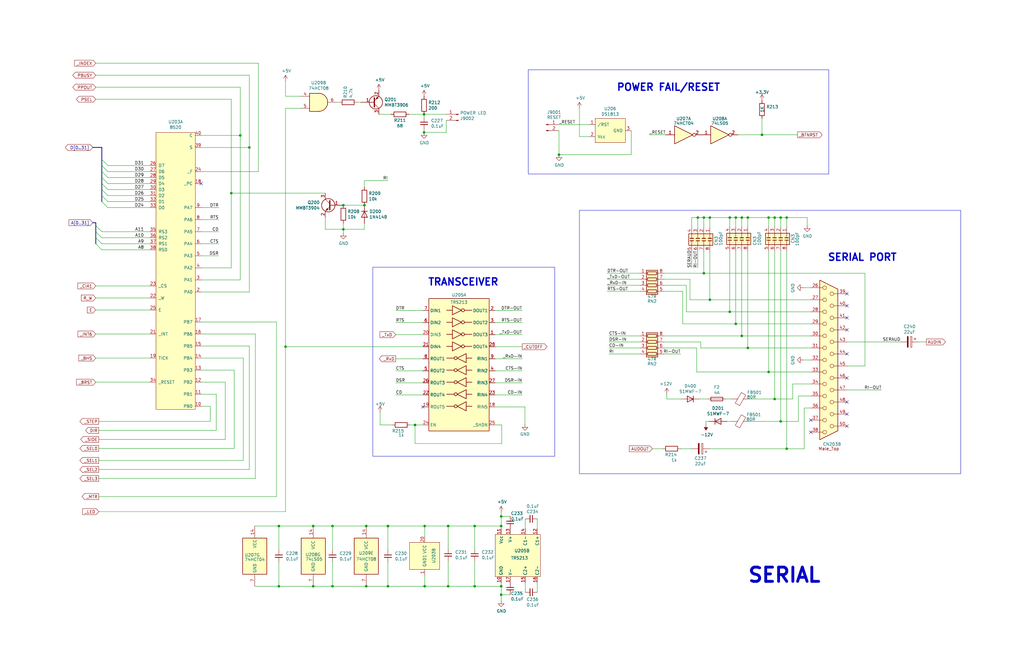
<source format=kicad_sch>
(kicad_sch (version 20230121) (generator eeschema)
  (paper "B")
  (title_block (title "AMIGA PCI") (date "2023-04-23") (rev "0"))
  (junction (at 326.644 168.402))
  (junction (at 163.576 247.396))
  (junction (at 117.602 221.996))
  (junction (at 154.432 247.396))
  (junction (at 200.152 247.396))
  (junction (at 175.006 179.324))
  (junction (at 324.104 156.972))
  (junction (at 178.816 48.26))
  (junction (at 310.261 91.821))
  (junction (at 315.341 91.821))
  (junction (at 179.07 247.396))
  (junction (at 307.721 91.821))
  (junction (at 211.328 217.932))
  (junction (at 312.801 91.821))
  (junction (at 120.396 146.304))
  (junction (at 329.184 177.8))
  (junction (at 211.328 250.952))
  (junction (at 211.328 221.996))
  (junction (at 154.432 221.996))
  (junction (at 211.328 247.396))
  (junction (at 235.712 65.278))
  (junction (at 105.156 62.23))
  (junction (at 188.976 247.396))
  (junction (at 331.724 189.357))
  (junction (at 299.339 91.821))
  (junction (at 144.78 96.774))
  (junction (at 97.536 81.534))
  (junction (at 296.799 115.316))
  (junction (at 101.346 57.15))
  (junction (at 200.152 221.996))
  (junction (at 296.799 91.821))
  (junction (at 307.721 131.572))
  (junction (at 312.801 141.732))
  (junction (at 310.261 136.652))
  (junction (at 178.816 55.88))
  (junction (at 153.67 86.614))
  (junction (at 329.184 91.821))
  (junction (at 132.08 221.996))
  (junction (at 132.08 247.396))
  (junction (at 117.602 247.396))
  (junction (at 299.339 126.492))
  (junction (at 331.724 91.821))
  (junction (at 179.07 221.996))
  (junction (at 144.78 86.614))
  (junction (at 188.976 221.996))
  (junction (at 315.341 146.812))
  (junction (at 324.104 91.821))
  (junction (at 140.208 221.996))
  (junction (at 294.259 91.821))
  (junction (at 163.576 221.996))
  (junction (at 140.208 247.396))
  (junction (at 321.31 56.896))
  (junction (at 326.644 91.821))
  (no_connect (at 178.308 171.704))
  (no_connect (at 357.124 123.952))
  (no_connect (at 341.884 182.372))
  (no_connect (at 357.124 129.032))
  (no_connect (at 357.124 149.352))
  (no_connect (at 357.124 139.192))
  (no_connect (at 84.836 77.47))
  (no_connect (at 357.124 179.832))
  (no_connect (at 357.124 134.112))
  (no_connect (at 357.124 169.672))
  (no_connect (at 341.884 177.292))
  (no_connect (at 357.124 174.752))
  (no_connect (at 357.124 159.512))
  (bus_entry (at 45.466 69.85) (size -2.54 -2.54))
  (bus_entry (at 45.466 82.55) (size -2.54 -2.54))
  (bus_entry (at 45.466 85.09) (size -2.54 -2.54))
  (bus_entry (at 42.926 102.87) (size -2.54 -2.54))
  (bus_entry (at 45.466 80.01) (size -2.54 -2.54))
  (bus_entry (at 45.466 72.39) (size -2.54 -2.54))
  (bus_entry (at 45.466 74.93) (size -2.54 -2.54))
  (bus_entry (at 45.466 77.47) (size -2.54 -2.54))
  (bus_entry (at 42.926 97.79) (size -2.54 -2.54))
  (bus_entry (at 42.926 105.41) (size -2.54 -2.54))
  (bus_entry (at 45.466 87.63) (size -2.54 -2.54))
  (bus_entry (at 42.926 100.33) (size -2.54 -2.54))
  (wire (pts (xy 140.208 221.996) (xy 140.208 232.156)))
  (wire (pts (xy 179.07 247.396) (xy 188.976 247.396)))
  (wire (pts (xy 208.788 141.224) (xy 220.218 141.224)))
  (wire (pts (xy 166.878 131.064) (xy 178.308 131.064)))
  (bus (pts (xy 40.386 95.25) (xy 40.386 97.79)))
  (wire (pts (xy 107.442 247.396) (xy 117.602 247.396)))
  (wire (pts (xy 175.006 179.324) (xy 175.006 187.198)))
  (wire (pts (xy 179.07 221.996) (xy 179.07 226.314)))
  (wire (pts (xy 107.696 201.93) (xy 41.656 201.93)))
  (wire (pts (xy 357.124 154.432) (xy 364.744 154.432)))
  (wire (pts (xy 175.006 187.198) (xy 211.582 187.198)))
  (wire (pts (xy 166.878 161.544) (xy 178.308 161.544)))
  (wire (pts (xy 296.799 91.821) (xy 299.339 91.821)))
  (wire (pts (xy 159.766 48.26) (xy 164.846 48.26)))
  (wire (pts (xy 211.328 217.932) (xy 211.328 221.996)))
  (wire (pts (xy 340.36 91.821) (xy 340.36 95.25)))
  (bus (pts (xy 42.926 80.01) (xy 42.926 82.55)))
  (wire (pts (xy 63.246 85.09) (xy 45.466 85.09)))
  (wire (pts (xy 178.816 55.88) (xy 188.214 55.88)))
  (bus (pts (xy 42.926 67.31) (xy 42.926 69.85)))
  (wire (pts (xy 221.488 223.012) (xy 221.488 218.948)))
  (wire (pts (xy 295.529 146.812) (xy 315.341 146.812)))
  (wire (pts (xy 41.656 215.9) (xy 120.396 215.9)))
  (bus (pts (xy 42.926 69.85) (xy 42.926 72.39)))
  (wire (pts (xy 312.801 91.821) (xy 312.801 95.758)))
  (wire (pts (xy 244.348 45.72) (xy 244.348 57.658)))
  (wire (pts (xy 102.616 194.31) (xy 41.656 194.31)))
  (wire (pts (xy 105.156 123.19) (xy 84.836 123.19)))
  (wire (pts (xy 120.396 45.72) (xy 126.746 45.72)))
  (wire (pts (xy 221.488 245.872) (xy 221.488 249.936)))
  (wire (pts (xy 208.788 171.704) (xy 221.361 171.704)))
  (bus (pts (xy 42.926 62.23) (xy 42.926 67.31)))
  (wire (pts (xy 107.696 140.97) (xy 107.696 201.93)))
  (wire (pts (xy 341.884 172.212) (xy 339.09 172.212)))
  (wire (pts (xy 40.386 120.65) (xy 63.246 120.65)))
  (wire (pts (xy 120.396 40.64) (xy 120.396 34.29)))
  (wire (pts (xy 45.466 77.47) (xy 63.246 77.47)))
  (wire (pts (xy 316.103 177.8) (xy 329.184 177.8)))
  (wire (pts (xy 188.976 221.996) (xy 200.152 221.996)))
  (wire (pts (xy 117.602 221.996) (xy 117.602 232.156)))
  (wire (pts (xy 280.035 120.396) (xy 289.433 120.396)))
  (wire (pts (xy 84.836 57.15) (xy 101.346 57.15)))
  (wire (pts (xy 166.878 151.384) (xy 178.308 151.384)))
  (bus (pts (xy 42.926 74.93) (xy 42.926 77.47)))
  (wire (pts (xy 175.006 179.324) (xy 172.974 179.324)))
  (wire (pts (xy 98.806 156.21) (xy 98.806 189.23)))
  (wire (pts (xy 163.576 247.396) (xy 154.432 247.396)))
  (wire (pts (xy 105.156 31.75) (xy 40.386 31.75)))
  (wire (pts (xy 107.442 221.996) (xy 117.602 221.996)))
  (wire (pts (xy 84.836 97.79) (xy 92.202 97.79)))
  (wire (pts (xy 63.246 161.29) (xy 40.386 161.29)))
  (wire (pts (xy 178.816 54.61) (xy 178.816 55.88)))
  (wire (pts (xy 306.578 177.8) (xy 308.483 177.8)))
  (wire (pts (xy 132.08 247.396) (xy 140.208 247.396)))
  (wire (pts (xy 307.721 91.821) (xy 310.261 91.821)))
  (wire (pts (xy 172.466 48.26) (xy 178.816 48.26)))
  (wire (pts (xy 280.035 117.856) (xy 290.957 117.856)))
  (wire (pts (xy 63.246 140.97) (xy 40.386 140.97)))
  (wire (pts (xy 208.788 131.064) (xy 220.218 131.064)))
  (wire (pts (xy 63.246 80.01) (xy 45.466 80.01)))
  (wire (pts (xy 321.31 56.896) (xy 336.296 56.896)))
  (wire (pts (xy 116.586 135.89) (xy 116.586 209.55)))
  (wire (pts (xy 331.724 91.821) (xy 329.184 91.821)))
  (wire (pts (xy 84.836 107.95) (xy 92.202 107.95)))
  (wire (pts (xy 281.178 166.37) (xy 281.178 168.402)))
  (wire (pts (xy 364.744 154.432) (xy 364.744 115.316)))
  (wire (pts (xy 312.801 141.732) (xy 341.884 141.732)))
  (wire (pts (xy 235.712 55.118) (xy 235.458 55.118)))
  (wire (pts (xy 299.339 106.172) (xy 299.339 126.492)))
  (wire (pts (xy 329.184 91.821) (xy 329.184 95.758)))
  (wire (pts (xy 280.035 146.812) (xy 293.751 146.812)))
  (wire (pts (xy 307.721 105.918) (xy 307.721 131.572)))
  (wire (pts (xy 97.536 81.534) (xy 97.536 113.03)))
  (wire (pts (xy 211.328 221.996) (xy 211.328 223.012)))
  (bus (pts (xy 39.116 93.98) (xy 40.386 93.98)))
  (wire (pts (xy 84.836 140.97) (xy 107.696 140.97)))
  (wire (pts (xy 63.246 125.73) (xy 40.386 125.73)))
  (wire (pts (xy 280.035 144.272) (xy 295.529 144.272)))
  (wire (pts (xy 84.836 161.29) (xy 94.996 161.29)))
  (wire (pts (xy 312.801 105.918) (xy 312.801 141.732)))
  (wire (pts (xy 280.035 115.316) (xy 296.799 115.316)))
  (wire (pts (xy 101.346 36.83) (xy 40.386 36.83)))
  (wire (pts (xy 326.644 91.821) (xy 326.644 95.758)))
  (wire (pts (xy 132.08 221.996) (xy 140.208 221.996)))
  (wire (pts (xy 166.878 141.224) (xy 178.308 141.224)))
  (wire (pts (xy 84.836 72.39) (xy 108.966 72.39)))
  (wire (pts (xy 208.788 166.624) (xy 220.218 166.624)))
  (wire (pts (xy 295.529 144.272) (xy 295.529 146.812)))
  (wire (pts (xy 163.576 221.996) (xy 179.07 221.996)))
  (wire (pts (xy 101.346 57.15) (xy 101.346 36.83)))
  (wire (pts (xy 208.788 161.544) (xy 220.218 161.544)))
  (wire (pts (xy 88.646 171.45) (xy 88.646 177.8)))
  (wire (pts (xy 308.483 168.402) (xy 306.07 168.402)))
  (wire (pts (xy 294.259 106.172) (xy 294.259 113.03)))
  (wire (pts (xy 329.184 177.8) (xy 336.677 177.8)))
  (wire (pts (xy 256.794 146.812) (xy 269.875 146.812)))
  (wire (pts (xy 334.264 168.402) (xy 334.264 162.052)))
  (wire (pts (xy 140.208 237.236) (xy 140.208 247.396)))
  (wire (pts (xy 338.709 151.892) (xy 341.884 151.892)))
  (wire (pts (xy 357.124 144.272) (xy 379.73 144.272)))
  (wire (pts (xy 287.909 122.936) (xy 287.909 136.652)))
  (wire (pts (xy 280.035 149.352) (xy 287.02 149.352)))
  (wire (pts (xy 144.78 96.774) (xy 153.67 96.774)))
  (wire (pts (xy 153.67 76.2) (xy 163.576 76.2)))
  (wire (pts (xy 336.677 167.132) (xy 341.884 167.132)))
  (wire (pts (xy 117.602 247.396) (xy 132.08 247.396)))
  (wire (pts (xy 178.816 48.26) (xy 178.816 49.53)))
  (wire (pts (xy 299.339 91.821) (xy 299.339 96.012)))
  (wire (pts (xy 97.536 81.534) (xy 137.16 81.534)))
  (wire (pts (xy 45.466 82.55) (xy 63.246 82.55)))
  (wire (pts (xy 160.274 173.99) (xy 160.274 179.324)))
  (wire (pts (xy 98.806 189.23) (xy 41.656 189.23)))
  (wire (pts (xy 42.926 105.41) (xy 63.246 105.41)))
  (wire (pts (xy 166.878 156.464) (xy 178.308 156.464)))
  (wire (pts (xy 63.246 97.79) (xy 42.926 97.79)))
  (wire (pts (xy 287.909 136.652) (xy 310.261 136.652)))
  (wire (pts (xy 299.339 126.492) (xy 341.884 126.492)))
  (wire (pts (xy 141.986 43.18) (xy 143.002 43.18)))
  (wire (pts (xy 324.104 91.821) (xy 324.104 95.758)))
  (wire (pts (xy 329.184 105.918) (xy 329.184 177.8)))
  (wire (pts (xy 120.396 45.72) (xy 120.396 146.304)))
  (wire (pts (xy 310.261 136.652) (xy 341.884 136.652)))
  (wire (pts (xy 154.432 221.996) (xy 163.576 221.996)))
  (wire (pts (xy 163.576 247.396) (xy 179.07 247.396)))
  (wire (pts (xy 179.07 242.824) (xy 179.07 247.396)))
  (wire (pts (xy 101.346 118.11) (xy 84.836 118.11)))
  (wire (pts (xy 144.78 86.614) (xy 153.67 86.614)))
  (wire (pts (xy 63.246 151.13) (xy 40.386 151.13)))
  (wire (pts (xy 200.152 236.728) (xy 200.152 247.396)))
  (wire (pts (xy 188.214 50.8) (xy 188.214 55.88)))
  (wire (pts (xy 326.644 91.821) (xy 329.184 91.821)))
  (wire (pts (xy 150.622 43.18) (xy 152.146 43.18)))
  (wire (pts (xy 211.328 250.952) (xy 211.328 247.396)))
  (wire (pts (xy 291.719 106.172) (xy 291.719 113.03)))
  (wire (pts (xy 248.412 57.658) (xy 244.348 57.658)))
  (bus (pts (xy 42.926 62.23) (xy 39.116 62.23)))
  (wire (pts (xy 226.568 245.872) (xy 226.568 249.936)))
  (wire (pts (xy 256.032 122.936) (xy 269.875 122.936)))
  (wire (pts (xy 290.957 126.492) (xy 299.339 126.492)))
  (bus (pts (xy 42.926 77.47) (xy 42.926 80.01)))
  (wire (pts (xy 299.339 91.821) (xy 307.721 91.821)))
  (wire (pts (xy 84.836 146.05) (xy 105.156 146.05)))
  (wire (pts (xy 163.576 221.996) (xy 163.576 232.156)))
  (wire (pts (xy 137.16 91.694) (xy 137.16 96.774)))
  (wire (pts (xy 208.788 156.464) (xy 220.218 156.464)))
  (wire (pts (xy 331.724 189.357) (xy 339.09 189.357)))
  (wire (pts (xy 266.192 55.118) (xy 266.192 65.278)))
  (wire (pts (xy 108.966 26.67) (xy 40.386 26.67)))
  (wire (pts (xy 166.878 136.144) (xy 178.308 136.144)))
  (wire (pts (xy 294.259 91.821) (xy 294.259 96.012)))
  (wire (pts (xy 63.246 74.93) (xy 45.466 74.93)))
  (wire (pts (xy 84.836 151.13) (xy 102.616 151.13)))
  (wire (pts (xy 315.341 105.918) (xy 315.341 146.812)))
  (wire (pts (xy 324.104 91.821) (xy 326.644 91.821)))
  (wire (pts (xy 211.328 250.952) (xy 215.138 250.952)))
  (wire (pts (xy 91.186 166.37) (xy 91.186 181.61)))
  (wire (pts (xy 200.152 221.996) (xy 211.328 221.996)))
  (wire (pts (xy 166.878 166.624) (xy 178.308 166.624)))
  (wire (pts (xy 63.246 102.87) (xy 42.926 102.87)))
  (wire (pts (xy 256.032 120.396) (xy 269.875 120.396)))
  (wire (pts (xy 293.751 156.972) (xy 324.104 156.972)))
  (wire (pts (xy 188.976 221.996) (xy 188.976 231.648)))
  (wire (pts (xy 293.751 146.812) (xy 293.751 156.972)))
  (wire (pts (xy 178.816 48.26) (xy 188.214 48.26)))
  (wire (pts (xy 200.152 247.396) (xy 211.328 247.396)))
  (wire (pts (xy 102.616 151.13) (xy 102.616 194.31)))
  (wire (pts (xy 291.719 91.821) (xy 294.259 91.821)))
  (wire (pts (xy 63.246 100.33) (xy 42.926 100.33)))
  (wire (pts (xy 88.646 177.8) (xy 41.656 177.8)))
  (wire (pts (xy 153.67 78.994) (xy 153.67 76.2)))
  (bus (pts (xy 42.926 82.55) (xy 42.926 85.09)))
  (wire (pts (xy 291.592 189.357) (xy 287.02 189.357)))
  (wire (pts (xy 290.957 117.856) (xy 290.957 126.492)))
  (wire (pts (xy 163.576 237.236) (xy 163.576 247.396)))
  (wire (pts (xy 84.836 135.89) (xy 116.586 135.89)))
  (wire (pts (xy 256.032 117.856) (xy 269.875 117.856)))
  (wire (pts (xy 211.582 187.198) (xy 211.582 179.324)))
  (wire (pts (xy 321.31 50.038) (xy 321.31 56.896)))
  (wire (pts (xy 331.724 91.821) (xy 331.724 95.758)))
  (wire (pts (xy 94.996 161.29) (xy 94.996 185.42)))
  (wire (pts (xy 97.536 41.91) (xy 40.386 41.91)))
  (wire (pts (xy 311.15 56.896) (xy 321.31 56.896)))
  (bus (pts (xy 40.386 100.33) (xy 40.386 102.87)))
  (wire (pts (xy 140.208 221.996) (xy 154.432 221.996)))
  (wire (pts (xy 387.35 144.272) (xy 390.652 144.272)))
  (wire (pts (xy 84.836 87.63) (xy 92.202 87.63)))
  (wire (pts (xy 101.346 57.15) (xy 101.346 118.11)))
  (wire (pts (xy 211.328 216.154) (xy 211.328 217.932)))
  (wire (pts (xy 310.261 91.821) (xy 312.801 91.821)))
  (wire (pts (xy 120.396 146.304) (xy 120.396 215.9)))
  (wire (pts (xy 208.788 136.144) (xy 220.218 136.144)))
  (wire (pts (xy 324.104 105.918) (xy 324.104 156.972)))
  (wire (pts (xy 117.602 237.236) (xy 117.602 247.396)))
  (wire (pts (xy 279.4 189.357) (xy 275.082 189.357)))
  (wire (pts (xy 334.264 162.052) (xy 341.884 162.052)))
  (wire (pts (xy 296.799 106.172) (xy 296.799 115.316)))
  (wire (pts (xy 126.746 40.64) (xy 120.396 40.64)))
  (wire (pts (xy 326.644 105.918) (xy 326.644 168.402)))
  (wire (pts (xy 235.712 65.278) (xy 235.712 55.118)))
  (wire (pts (xy 45.466 72.39) (xy 63.246 72.39)))
  (wire (pts (xy 296.799 115.316) (xy 364.744 115.316)))
  (wire (pts (xy 188.976 247.396) (xy 200.152 247.396)))
  (wire (pts (xy 91.186 181.61) (xy 41.656 181.61)))
  (wire (pts (xy 316.103 168.402) (xy 326.644 168.402)))
  (wire (pts (xy 291.719 96.012) (xy 291.719 91.821)))
  (wire (pts (xy 338.709 121.412) (xy 341.884 121.412)))
  (wire (pts (xy 331.724 105.918) (xy 331.724 189.357)))
  (wire (pts (xy 120.396 146.304) (xy 178.308 146.304)))
  (wire (pts (xy 137.16 96.774) (xy 144.78 96.774)))
  (wire (pts (xy 235.458 52.578) (xy 248.412 52.578)))
  (bus (pts (xy 40.386 93.98) (xy 40.386 95.25)))
  (wire (pts (xy 357.124 164.592) (xy 371.729 164.592)))
  (wire (pts (xy 179.07 221.996) (xy 188.976 221.996)))
  (wire (pts (xy 144.78 96.774) (xy 144.78 94.234)))
  (wire (pts (xy 188.976 236.728) (xy 188.976 247.396)))
  (wire (pts (xy 84.836 62.23) (xy 105.156 62.23)))
  (wire (pts (xy 84.836 92.71) (xy 92.202 92.71)))
  (wire (pts (xy 211.328 245.872) (xy 211.328 247.396)))
  (wire (pts (xy 211.328 217.932) (xy 215.138 217.932)))
  (wire (pts (xy 97.536 81.534) (xy 97.536 41.91)))
  (wire (pts (xy 256.794 141.732) (xy 269.875 141.732)))
  (wire (pts (xy 208.788 151.384) (xy 220.218 151.384)))
  (wire (pts (xy 84.836 156.21) (xy 98.806 156.21)))
  (wire (pts (xy 280.035 122.936) (xy 287.909 122.936)))
  (wire (pts (xy 310.261 105.918) (xy 310.261 136.652)))
  (wire (pts (xy 84.836 166.37) (xy 91.186 166.37)))
  (wire (pts (xy 153.67 96.774) (xy 153.67 94.234)))
  (wire (pts (xy 297.688 179.07) (xy 297.688 177.8)))
  (wire (pts (xy 296.799 91.821) (xy 296.799 96.012)))
  (wire (pts (xy 211.328 253.492) (xy 211.328 250.952)))
  (wire (pts (xy 144.78 98.298) (xy 144.78 96.774)))
  (wire (pts (xy 310.261 91.821) (xy 310.261 95.758)))
  (wire (pts (xy 273.812 56.896) (xy 280.67 56.896)))
  (wire (pts (xy 200.152 221.996) (xy 200.152 231.648)))
  (wire (pts (xy 297.688 177.8) (xy 298.958 177.8)))
  (wire (pts (xy 105.156 198.12) (xy 41.656 198.12)))
  (wire (pts (xy 116.586 209.55) (xy 41.656 209.55)))
  (wire (pts (xy 331.724 91.821) (xy 340.36 91.821)))
  (wire (pts (xy 105.156 62.23) (xy 105.156 31.75)))
  (wire (pts (xy 326.644 168.402) (xy 334.264 168.402)))
  (wire (pts (xy 324.104 156.972) (xy 341.884 156.972)))
  (wire (pts (xy 307.721 131.572) (xy 341.884 131.572)))
  (wire (pts (xy 294.259 91.821) (xy 296.799 91.821)))
  (wire (pts (xy 84.836 171.45) (xy 88.646 171.45)))
  (wire (pts (xy 84.836 113.03) (xy 97.536 113.03)))
  (wire (pts (xy 175.006 179.324) (xy 178.308 179.324)))
  (wire (pts (xy 140.208 247.396) (xy 154.432 247.396)))
  (wire (pts (xy 315.341 146.812) (xy 341.884 146.812)))
  (wire (pts (xy 256.032 115.316) (xy 269.875 115.316)))
  (wire (pts (xy 299.212 189.357) (xy 331.724 189.357)))
  (wire (pts (xy 226.568 223.012) (xy 226.568 218.948)))
  (wire (pts (xy 307.721 91.821) (xy 307.721 95.758)))
  (wire (pts (xy 117.602 221.996) (xy 132.08 221.996)))
  (wire (pts (xy 269.875 149.352) (xy 256.794 149.352)))
  (wire (pts (xy 84.836 102.87) (xy 92.202 102.87)))
  (wire (pts (xy 289.433 131.572) (xy 307.721 131.572)))
  (wire (pts (xy 105.156 146.05) (xy 105.156 198.12)))
  (wire (pts (xy 339.09 172.212) (xy 339.09 189.357)))
  (wire (pts (xy 315.341 91.821) (xy 315.341 95.758)))
  (wire (pts (xy 266.192 65.278) (xy 235.712 65.278)))
  (wire (pts (xy 211.582 179.324) (xy 208.788 179.324)))
  (bus (pts (xy 42.926 72.39) (xy 42.926 74.93)))
  (wire (pts (xy 108.966 72.39) (xy 108.966 26.67)))
  (wire (pts (xy 312.801 91.821) (xy 315.341 91.821)))
  (wire (pts (xy 289.433 120.396) (xy 289.433 131.572)))
  (wire (pts (xy 63.246 87.63) (xy 45.466 87.63)))
  (wire (pts (xy 63.246 69.85) (xy 45.466 69.85)))
  (wire (pts (xy 221.361 171.704) (xy 221.361 179.07)))
  (wire (pts (xy 281.178 168.402) (xy 287.274 168.402)))
  (wire (pts (xy 105.156 62.23) (xy 105.156 123.19)))
  (wire (pts (xy 94.996 185.42) (xy 41.656 185.42)))
  (wire (pts (xy 315.341 91.821) (xy 324.104 91.821)))
  (bus (pts (xy 40.386 97.79) (xy 40.386 100.33)))
  (wire (pts (xy 40.386 130.81) (xy 63.246 130.81)))
  (wire (pts (xy 298.45 168.402) (xy 294.894 168.402)))
  (wire (pts (xy 256.794 144.272) (xy 269.875 144.272)))
  (wire (pts (xy 280.035 141.732) (xy 312.801 141.732)))
  (wire (pts (xy 208.788 146.304) (xy 220.218 146.304)))
  (wire (pts (xy 336.677 177.8) (xy 336.677 167.132)))
  (wire (pts (xy 165.354 179.324) (xy 160.274 179.324)))
  (rectangle (start 244.348 88.773) (end 405.13 199.898))
  (rectangle (start 157.226 112.776) (end 233.934 192.532))
  (rectangle (start 222.758 29.464) (end 349.504 73.406))
  (text "SERIAL" (at 314.96 246.38 0) (effects (font (size 6 6) (thickness 1.2) bold) (justify left bottom)))
  (text "SERIAL PORT" (at 348.869 110.49 0) (effects (font (size 3 3) (thickness 0.6) bold) (justify left bottom)))
  (text "TRANSCEIVER" (at 180.34 120.904 0) (effects (font (size 3 3) bold) (justify left bottom)))
  (text "POWER FAIL/RESET" (at 303.911 38.735 0) (effects (font (size 2.9972 2.9972) (thickness 0.5994) bold) (justify right bottom)))
  (label "D27" (at 60.706 80.01 180) (effects (font (size 1.2954 1.2954))))
  (label "RI-OUT" (at 371.729 164.592 180))
  (label "_TxD-OUT" (at 256.032 117.856 0))
  (label "_RESET" (at 235.712 52.578 0))
  (label "DTR-OUT" (at 256.032 115.316 0))
  (label "CTS-IN" (at 256.794 141.732 0))
  (label "D28" (at 60.706 77.47 180) (effects (font (size 1.2954 1.2954))))
  (label "CD" (at 166.878 166.624 0))
  (label "CTS" (at 92.202 102.87 180))
  (label "_RxD-IN" (at 256.032 120.396 0))
  (label "RTS-OUT" (at 220.218 136.144 180))
  (label "RTS" (at 166.878 136.144 0))
  (label "CTS" (at 166.878 156.464 0))
  (label "D26" (at 60.706 82.55 180) (effects (font (size 1.2954 1.2954))))
  (label "DSR-IN" (at 256.794 144.272 0))
  (label "CTS-IN" (at 220.218 156.464 180))
  (label "CD-IN" (at 220.218 166.624 180))
  (label "SERAUD" (at 379.73 144.272 180))
  (label "_RxD-IN" (at 220.218 151.384 180))
  (label "DTR" (at 166.878 131.064 0))
  (label "A10" (at 60.706 100.33 180) (effects (font (size 1.2954 1.2954))))
  (label "RTS-OUT" (at 256.032 122.936 0))
  (label "DTR" (at 92.202 87.63 180))
  (label "A8" (at 60.706 105.41 180) (effects (font (size 1.2954 1.2954))))
  (label "_RESET" (at 273.812 56.896 0))
  (label "D25" (at 60.706 85.09 180) (effects (font (size 1.2954 1.2954))))
  (label "SERAUD" (at 291.719 113.03 90))
  (label "A11" (at 60.706 97.79 180) (effects (font (size 1.2954 1.2954))))
  (label "DSR" (at 166.878 161.544 0))
  (label "RTS" (at 92.202 92.71 180))
  (label "RI-OUT" (at 294.259 113.03 90))
  (label "DSR-IN" (at 220.218 161.544 180))
  (label "CD-IN" (at 256.794 146.812 0))
  (label "RI" (at 256.794 149.352 0))
  (label "RI" (at 163.576 76.2 180))
  (label "CD" (at 92.202 97.79 180))
  (label "DSR" (at 92.202 107.95 180))
  (label "D31" (at 60.706 69.85 180) (effects (font (size 1.2954 1.2954))))
  (label "DTR-OUT" (at 220.218 131.064 180))
  (label "RI-OUT" (at 287.02 149.352 180))
  (label "D30" (at 60.706 72.39 180) (effects (font (size 1.2954 1.2954))))
  (label "_TxD-OUT" (at 220.218 141.224 180))
  (label "A9" (at 60.706 102.87 180) (effects (font (size 1.2954 1.2954))))
  (label "D29" (at 60.706 74.93 180) (effects (font (size 1.2954 1.2954))))
  (label "D24" (at 60.706 87.63 180) (effects (font (size 1.2954 1.2954))))
  (global_label "_INDEX" (shape input) (at 40.386 26.67 180) (property "Intersheetrefs" "${INTERSHEET_REFS}" (at 30.9488 26.67 0) (effects (justify right))))
  (global_label "A[0..31]" (shape input) (at 39.116 93.98 180) (property "Intersheetrefs" "${INTERSHEET_REFS}" (at 28.5901 93.98 0) (effects (justify right))))
  (global_label "PSEL" (shape bidirectional) (at 40.386 41.91 180) (property "Intersheetrefs" "${INTERSHEET_REFS}" (at 31.7123 41.91 0) (effects (justify right))))
  (global_label "_SIDE" (shape output) (at 41.656 185.42 180) (property "Intersheetrefs" "${INTERSHEET_REFS}" (at 33.5493 185.42 0) (effects (justify right))))
  (global_label "AUDIN" (shape output) (at 390.652 144.272 0) (property "Intersheetrefs" "${INTERSHEET_REFS}" (at 399.1822 144.272 0) (effects (justify left))))
  (global_label "D[0..31]" (shape bidirectional) (at 39.116 62.23 180) (effects (font (size 1.2954 1.2954))) (property "Intersheetrefs" "${INTERSHEET_REFS}" (at 27.0616 62.23 0) (effects (justify right))))
  (global_label "AUDOUT" (shape input) (at 275.082 189.357 180) (property "Intersheetrefs" "${INTERSHEET_REFS}" (at 264.8585 189.357 0) (effects (justify right))))
  (global_label "_TxD" (shape input) (at 166.878 141.224 180) (property "Intersheetrefs" "${INTERSHEET_REFS}" (at 159.7389 141.224 0) (effects (justify right))))
  (global_label "_RxD" (shape output) (at 166.878 151.384 180) (property "Intersheetrefs" "${INTERSHEET_REFS}" (at 159.4365 151.384 0) (effects (justify right))))
  (global_label "PPOUT" (shape bidirectional) (at 40.386 36.83 180) (property "Intersheetrefs" "${INTERSHEET_REFS}" (at 30.2003 36.83 0) (effects (justify right))))
  (global_label "_SEL2" (shape output) (at 41.656 198.12 180) (property "Intersheetrefs" "${INTERSHEET_REFS}" (at 33.1865 198.12 0) (effects (justify right))))
  (global_label "_SEL1" (shape output) (at 41.656 194.31 180) (property "Intersheetrefs" "${INTERSHEET_REFS}" (at 33.1865 194.31 0) (effects (justify right))))
  (global_label "DIR" (shape output) (at 41.656 181.61 180) (property "Intersheetrefs" "${INTERSHEET_REFS}" (at 35.6054 181.61 0) (effects (justify right))))
  (global_label "PBUSY" (shape bidirectional) (at 40.386 31.75 180) (property "Intersheetrefs" "${INTERSHEET_REFS}" (at 30.2003 31.75 0) (effects (justify right))))
  (global_label "R_W" (shape input) (at 40.386 125.73 180) (property "Intersheetrefs" "${INTERSHEET_REFS}" (at 33.7912 125.73 0) (effects (justify right))))
  (global_label "_MTR" (shape output) (at 41.656 209.55 180) (property "Intersheetrefs" "${INTERSHEET_REFS}" (at 34.0936 209.55 0) (effects (justify right))))
  (global_label "_CUTOFF" (shape output) (at 220.218 146.304 0) (property "Intersheetrefs" "${INTERSHEET_REFS}" (at 231.1672 146.304 0) (effects (justify left))))
  (global_label "_SEL0" (shape output) (at 41.656 189.23 180) (property "Intersheetrefs" "${INTERSHEET_REFS}" (at 33.1865 189.23 0) (effects (justify right))))
  (global_label "_STEP" (shape output) (at 41.656 177.8 180) (property "Intersheetrefs" "${INTERSHEET_REFS}" (at 33.1865 177.8 0) (effects (justify right))))
  (global_label "_BRST" (shape input) (at 40.386 161.29 180) (property "Intersheetrefs" "${INTERSHEET_REFS}" (at 31.7955 161.29 0) (effects (justify right))))
  (global_label "_SEL3" (shape output) (at 41.656 201.93 180) (property "Intersheetrefs" "${INTERSHEET_REFS}" (at 33.1865 201.93 0) (effects (justify right))))
  (global_label "_BHS" (shape input) (at 40.386 151.13 180) (property "Intersheetrefs" "${INTERSHEET_REFS}" (at 32.7026 151.13 0) (effects (justify right))))
  (global_label "_LED" (shape input) (at 41.656 215.9 180) (property "Intersheetrefs" "${INTERSHEET_REFS}" (at 34.3355 215.9 0) (effects (justify right))))
  (global_label "_BTNRST" (shape output) (at 336.296 56.896 0) (property "Intersheetrefs" "${INTERSHEET_REFS}" (at 347.1846 56.896 0) (effects (justify left))))
  (global_label "_CIA1" (shape input) (at 40.386 120.65 180) (property "Intersheetrefs" "${INTERSHEET_REFS}" (at 32.3397 120.65 0) (effects (justify right))))
  (global_label "E" (shape input) (at 40.386 130.81 180) (property "Intersheetrefs" "${INTERSHEET_REFS}" (at 36.3312 130.81 0) (effects (justify right))))
  (global_label "_INT6" (shape input) (at 40.386 140.97 180) (property "Intersheetrefs" "${INTERSHEET_REFS}" (at 32.4002 140.97 0) (effects (justify right))))
  (symbol (lib_id "Amiga-Library:DS1813") (at 259.842 55.118 270) (unit 1)
    (property "Reference" "U206" (at 257.302 45.847 90))
    (property "Value" "DS1813" (at 257.302 48.1584 90))
    (property "Footprint" "Package_TO_SOT_SMD:SOT-23" (effects hide))
    (instances (project "AmigaPCI Mainboard" (path "" (reference "U206") (unit 1))) (project "2000ATX" (path "" (reference "XU1") (unit 1))))
  )
  (symbol (lib_id "power:GND") (at 221.361 179.07 0) (unit 1)
    (property "Reference" "#PWR023" (effects hide))
    (property "Value" "GND" (at 221.361 183.2055 0))
  )
  (symbol (lib_id "Device:C_Small") (at 140.208 234.696 0) (unit 1)
    (property "Reference" "C229" (at 143.129 233.5276 0) (effects (justify left)))
    (property "Value" "0.1uF" (at 143.129 235.839 0) (effects (justify left)))
    (property "Footprint" "Capacitor_SMD:C_1206_3216Metric" (effects hide))
    (instances (project "AmigaPCI Mainboard" (path "" (reference "C229") (unit 1))) (project "2000ATX" (path "" (reference "C303") (unit 1))))
  )
  (symbol (lib_id "Transistor_BJT:MMBT3904") (at 139.7 86.614 0) (mirror y) (unit 1)
    (property "Reference" "Q200" (at 134.8486 85.4456 0) (effects (justify left)))
    (property "Value" "MMBT3904" (at 134.8486 87.757 0) (effects (justify left)))
    (property "Footprint" "Package_TO_SOT_SMD:SOT-23" (effects hide))
    (property "Datasheet" "https://www.fairchildsemi.com/datasheets/2N/2N3904.pdf" (effects hide))
    (instances (project "AmigaPCI Mainboard" (path "" (reference "Q200") (unit 1))) (project "2000ATX" (path "" (reference "Q300") (unit 1))))
  )
  (symbol (lib_id "Transistor_BJT:MMBT3906") (at 157.226 43.18 0) (mirror x) (unit 1)
    (property "Reference" "Q201" (at 162.0774 42.0116 0) (effects (justify left)))
    (property "Value" "MMBT3906" (at 162.0774 44.323 0) (effects (justify left)))
    (property "Footprint" "Package_TO_SOT_SMD:SOT-23" (effects hide))
    (property "Datasheet" "https://www.fairchildsemi.com/datasheets/2N/2N3906.pdf" (effects hide))
    (instances (project "AmigaPCI Mainboard" (path "" (reference "Q201") (unit 1))) (project "2000ATX" (path "" (reference "Q302") (unit 1))))
  )
  (symbol (lib_id "Device:R") (at 321.31 46.228 0) (unit 1)
    (property "Reference" "R213" (at 323.088 45.0596 0) (effects (justify left)))
    (property "Value" "1K" (at 321.437 47.498 90) (effects (justify left)))
    (property "Footprint" "Resistor_SMD:R_1206_3216Metric" (effects hide))
    (instances (project "AmigaPCI Mainboard" (path "" (reference "R213") (unit 1))) (project "2000ATX" (path "" (reference "R308") (unit 1))))
  )
  (symbol (lib_id "AmigaPCI-Symbols:C_Pack04") (at 311.277 100.838 180) (unit 1)
    (property "Reference" "CN3" (at 318.262 103.632 90) (effects (justify right)))
    (property "Value" "100pF" (at 320.183 103.632 90) (effects (justify right)))
    (property "Footprint" "AmigaPCI:C_ARRAY_0612x4 (1632)" (effects hide))
    (instances (project "AmigaPCI Mainboard" (path "" (reference "CN3") (unit 1)) (path "" (reference "CN10") (unit 1))))
  )
  (symbol (lib_id "Device:R") (at 146.812 43.18 90) (unit 1)
    (property "Reference" "R210" (at 145.6436 41.402 0) (effects (justify left)))
    (property "Value" "4.7k" (at 147.955 41.402 0) (effects (justify left)))
    (property "Footprint" "Resistor_SMD:R_1206_3216Metric" (effects hide))
    (instances (project "AmigaPCI Mainboard" (path "" (reference "R210") (unit 1))) (project "2000ATX" (path "" (reference "R902") (unit 1))))
  )
  (symbol (lib_id "Device:C_Small") (at 200.152 234.188 0) (unit 1)
    (property "Reference" "C232" (at 203.073 233.0196 0) (effects (justify left)))
    (property "Value" "0.1uF" (at 203.073 235.331 0) (effects (justify left)))
    (property "Footprint" "Capacitor_SMD:C_1206_3216Metric" (effects hide))
    (instances (project "AmigaPCI Mainboard" (path "" (reference "C232") (unit 1))) (project "2000ATX" (path "" (reference "C301") (unit 1))))
  )
  (symbol (lib_id "power:+5V") (at 120.396 34.29 0) (unit 1)
    (property "Reference" "#PWR0139" (effects hide))
    (property "Value" "+5V" (at 120.777 29.8958 0))
    (instances (project "AmigaPCI Mainboard" (path "" (reference "#PWR0139") (unit 1))) (project "2000ATX" (path "" (reference "#PWR0292") (unit 1))))
  )
  (symbol (lib_id "Device:C_Small") (at 215.138 220.472 0) (mirror x) (unit 1)
    (property "Reference" "C233" (at 215.392 216.6366 0) (effects (justify left)))
    (property "Value" "0.1uF" (at 215.392 218.948 0) (effects (justify left)))
    (property "Footprint" "Capacitor_SMD:C_1206_3216Metric" (effects hide))
    (instances (project "AmigaPCI Mainboard" (path "" (reference "C233") (unit 1))) (project "2000ATX" (path "" (reference "C301") (unit 1))))
  )
  (symbol (lib_id "power:GND") (at 211.328 253.492 0) (unit 1)
    (property "Reference" "#PWR0165" (effects hide))
    (property "Value" "GND" (at 211.455 257.8862 0))
    (instances (project "AmigaPCI Mainboard" (path "" (reference "#PWR0165") (unit 1))) (project "2000ATX" (path "" (reference "#PWR0328") (unit 1))))
  )
  (symbol (lib_id "Device:R") (at 144.78 90.424 0) (unit 1)
    (property "Reference" "R208" (at 146.558 89.2556 0) (effects (justify left)))
    (property "Value" "10k" (at 146.558 91.567 0) (effects (justify left)))
    (property "Footprint" "Resistor_SMD:R_1206_3216Metric" (effects hide))
    (instances (project "AmigaPCI Mainboard" (path "" (reference "R208") (unit 1))) (project "2000ATX" (path "" (reference "R305") (unit 1))))
  )
  (symbol (lib_id "power:+5V") (at 159.766 38.1 0) (unit 1)
    (property "Reference" "#PWR0144" (effects hide))
    (property "Value" "+5V" (at 160.147 33.7058 0))
    (instances (project "AmigaPCI Mainboard" (path "" (reference "#PWR0144") (unit 1))) (project "2000ATX" (path "" (reference "#PWR0293") (unit 1))))
  )
  (symbol (lib_id "Device:R_Pack04") (at 274.955 146.812 270) (unit 1)
    (property "Reference" "RN2" (at 274.955 153.543 90))
    (property "Value" "47R" (at 274.955 151.622 90))
    (property "Footprint" "Resistor_SMD:R_Array_Convex_4x1206" (effects hide))
    (property "Part Number" "CAY16-470J4LF" (effects hide))
    (instances (project "AmigaPCI Mainboard" (path "" (reference "RN2") (unit 1)) (path "" (reference "RN6") (unit 1))))
  )
  (symbol (lib_id "74xx:74HCT04") (at 288.29 56.896 0) (unit 1)
    (property "Reference" "U207" (at 288.29 50.0761 0))
    (property "Value" "74HCT04" (at 288.29 51.9971 0))
    (property "Datasheet" "https://assets.nexperia.com/documents/data-sheet/74HC_HCT04.pdf" (effects hide))
  )
  (symbol (lib_id "power:-12V") (at 297.688 179.07 0) (mirror x) (unit 1)
    (property "Reference" "#PWR0185" (effects hide))
    (property "Value" "-12V" (at 298.069 183.4642 0))
    (instances (project "AmigaPCI Mainboard" (path "" (reference "#PWR0185") (unit 1))) (project "2000ATX" (path "" (reference "#PWR0313") (unit 1))))
  )
  (symbol (lib_id "power:GND") (at 340.36 95.25 0) (unit 1)
    (property "Reference" "#PWR0119" (effects hide))
    (property "Value" "GND" (at 340.487 99.6442 0))
    (instances (project "AmigaPCI Mainboard" (path "" (reference "#PWR0119") (unit 1))) (project "2000ATX" (path "" (reference "#PWR0306") (unit 1))))
  )
  (symbol (lib_id "2000ATX-rescue:Conn_01x02_Male-Connector") (at 230.378 52.578 0) (unit 1)
    (property "Reference" "J9001" (at 230.632 47.371 0) (effects (justify left)))
    (property "Value" "RESET" (at 230.632 49.53 0) (effects (justify left)))
    (property "Footprint" "Connector_PinHeader_2.54mm:PinHeader_1x02_P2.54mm_Vertical" (effects hide))
  )
  (symbol (lib_id "2000ATX-rescue:CP-Device") (at 295.402 189.357 270) (mirror x) (unit 1)
    (property "Reference" "C237" (at 295.402 193.3956 90))
    (property "Value" "22uF" (at 295.402 195.707 90))
    (property "Footprint" "Capacitor_SMD:CP_Elec_6.3x5.8" (effects hide))
    (instances (project "AmigaPCI Mainboard" (path "" (reference "C237") (unit 1))) (project "2000ATX" (path "" (reference "C318") (unit 1)) (path "" (reference "C318") (unit 1))))
  )
  (symbol (lib_id "Device:R") (at 153.67 82.804 0) (unit 1)
    (property "Reference" "R209" (at 155.448 81.6356 0) (effects (justify left)))
    (property "Value" "10k" (at 155.448 83.947 0) (effects (justify left)))
    (property "Footprint" "Resistor_SMD:R_1206_3216Metric" (effects hide))
    (instances (project "AmigaPCI Mainboard" (path "" (reference "R209") (unit 1))) (project "2000ATX" (path "" (reference "R306") (unit 1))))
  )
  (symbol (lib_id "74xx:74HCT04") (at 107.442 234.696 0) (unit 7)
    (property "Reference" "U207" (at 103.124 234.188 0) (effects (justify left)))
    (property "Value" "74HCT04" (at 103.124 236.109 0) (effects (justify left)))
    (property "Datasheet" "https://assets.nexperia.com/documents/data-sheet/74HC_HCT04.pdf" (effects hide))
  )
  (symbol (lib_id "Diode:1N4001") (at 302.768 177.8 0) (mirror x) (unit 1)
    (property "Reference" "D201" (at 302.768 172.2882 0))
    (property "Value" "S1MWF-7" (at 302.768 174.5996 0))
    (property "Footprint" "Diode_SMD:D_SOD-123F" (effects hide))
    (instances (project "AmigaPCI Mainboard" (path "" (reference "D201") (unit 1))) (project "2000ATX" (path "" (reference "D401") (unit 1))))
  )
  (symbol (lib_id "Amiga-Library:8520") (at 179.07 235.204 0) (unit 2)
    (property "Reference" "U203" (at 182.88 237.744 90) (effects (justify left)))
    (property "Value" "8520" (effects hide))
    (property "Footprint" "AmigaFootprints:DIP-40_W15.24mm" (effects hide))
    (instances (project "AmigaPCI Mainboard" (path "" (reference "U203") (unit 2))) (project "2000ATX" (path "" (reference "U301") (unit 2))))
  )
  (symbol (lib_id "power:+5V") (at 160.274 173.99 0) (unit 1)
    (property "Reference" "#PWR083" (effects hide))
    (property "Value" "+5V" (at 160.274 170.4881 0))
  )
  (symbol (lib_id "Diode:1N4001") (at 291.084 168.402 0) (mirror y) (unit 1)
    (property "Reference" "D400" (at 291.084 162.8902 0))
    (property "Value" "S1MWF-7" (at 291.084 165.2016 0))
    (property "Footprint" "Diode_SMD:D_SOD-123F" (effects hide))
  )
  (symbol (lib_id "Device:R") (at 178.816 44.45 0) (unit 1)
    (property "Reference" "R212" (at 180.594 43.2816 0) (effects (justify left)))
    (property "Value" "200" (at 180.594 45.593 0) (effects (justify left)))
    (property "Footprint" "Resistor_SMD:R_1206_3216Metric" (effects hide))
    (instances (project "AmigaPCI Mainboard" (path "" (reference "R212") (unit 1))) (project "2000ATX" (path "" (reference "R308") (unit 1))))
  )
  (symbol (lib_id "power:GND") (at 144.78 98.298 0) (unit 1)
    (property "Reference" "#PWR0154" (effects hide))
    (property "Value" "GND" (at 144.907 102.6922 0))
    (instances (project "AmigaPCI Mainboard" (path "" (reference "#PWR0154") (unit 1))) (project "2000ATX" (path "" (reference "#PWR0315") (unit 1))))
  )
  (symbol (lib_id "74xx:74LS05") (at 303.53 56.896 0) (unit 1)
    (property "Reference" "U208" (at 303.53 50.0761 0))
    (property "Value" "74LS05" (at 303.53 51.9971 0))
    (property "Datasheet" "http://www.ti.com/lit/gpn/sn74LS05" (effects hide))
  )
  (symbol (lib_id "Device:C_Small") (at 224.028 249.936 270) (unit 1)
    (property "Reference" "C236" (at 221.996 252.9586 90) (effects (justify left)))
    (property "Value" "0.1uF" (at 221.996 255.27 90) (effects (justify left)))
    (property "Footprint" "Capacitor_SMD:C_1206_3216Metric" (effects hide))
    (instances (project "AmigaPCI Mainboard" (path "" (reference "C236") (unit 1))) (project "2000ATX" (path "" (reference "C301") (unit 1))))
  )
  (symbol (lib_id "Device:R_Pack04") (at 274.955 120.396 270) (unit 1)
    (property "Reference" "RN2" (at 274.955 127.127 90))
    (property "Value" "47R" (at 274.955 125.206 90))
    (property "Footprint" "Resistor_SMD:R_Array_Convex_4x1206" (effects hide))
    (property "Part Number" "CAY16-470J4LF" (effects hide))
    (instances (project "AmigaPCI Mainboard" (path "" (reference "RN2") (unit 1)) (path "" (reference "RN5") (unit 1))))
  )
  (symbol (lib_id "power:+3.3V") (at 321.31 42.418 0) (unit 1)
    (property "Reference" "#PWR07" (effects hide))
    (property "Value" "+3.3V" (at 321.31 38.9161 0))
  )
  (symbol (lib_id "Device:C_Small") (at 163.576 234.696 0) (unit 1)
    (property "Reference" "C230" (at 166.497 233.5276 0) (effects (justify left)))
    (property "Value" "0.1uF" (at 166.497 235.839 0) (effects (justify left)))
    (property "Footprint" "Capacitor_SMD:C_1206_3216Metric" (effects hide))
    (instances (project "AmigaPCI Mainboard" (path "" (reference "C230") (unit 1))) (project "2000ATX" (path "" (reference "C303") (unit 1))))
  )
  (symbol (lib_id "Diode:1N4148") (at 153.67 90.424 270) (unit 1)
    (property "Reference" "D200" (at 155.702 89.2556 90) (effects (justify left)))
    (property "Value" "1N4148" (at 155.702 91.567 90) (effects (justify left)))
    (property "Footprint" "Diode_SMD:D_SOD-323" (effects hide))
    (property "Datasheet" "https://assets.nexperia.com/documents/data-sheet/1N4148_1N4448.pdf" (effects hide))
    (property "pART" "1N4148WSTR" (effects hide))
    (instances (project "AmigaPCI Mainboard" (path "" (reference "D200") (unit 1))) (project "2000ATX" (path "" (reference "D300") (unit 1))))
  )
  (symbol (lib_id "74xx:74LS08") (at 154.432 234.696 0) (unit 5)
    (property "Reference" "U209" (at 154.432 233.426 0))
    (property "Value" "74HCT08" (at 154.432 235.966 0))
    (property "Footprint" "Package_SO:TSSOP-14_4.4x5mm_P0.65mm" (effects hide))
    (instances (project "AmigaPCI Mainboard" (path "" (reference "U209") (unit 5))) (project "2000ATX" (path "" (reference "U303") (unit 5))))
  )
  (symbol (lib_id "Device:C_Small") (at 215.138 248.412 0) (unit 1)
    (property "Reference" "C235" (at 215.392 250.444 0) (effects (justify left)))
    (property "Value" "0.1uF" (at 215.392 252.7554 0) (effects (justify left)))
    (property "Footprint" "Capacitor_SMD:C_1206_3216Metric" (effects hide))
    (instances (project "AmigaPCI Mainboard" (path "" (reference "C235") (unit 1))) (project "2000ATX" (path "" (reference "C301") (unit 1))))
  )
  (symbol (lib_id "power:+12V") (at 281.178 166.37 0) (mirror y) (unit 1)
    (property "Reference" "#PWR0184" (effects hide))
    (property "Value" "+12V" (at 280.797 161.9758 0))
    (instances (project "AmigaPCI Mainboard" (path "" (reference "#PWR0184") (unit 1))) (project "2000ATX" (path "" (reference "#PWR0312") (unit 1))))
  )
  (symbol (lib_name "TRS213_1") (lib_id "AmigaPCI-Symbols:TRS213") (at 193.548 153.924 0) (unit 1)
    (property "Reference" "U205" (at 193.548 124.46 0))
    (property "Value" "TRS213" (at 193.548 127.5621 0))
    (property "Footprint" "Package_SO:SSOP-28_5.3x10.2mm_P0.65mm" (effects hide))
    (property "Datasheet" "https://www.ti.com/lit/ds/symlink/trs213.pdf" (effects hide))
    (property "Part Number" "TRS213IDB" (effects hide))
  )
  (symbol (lib_id "2000ATX-rescue:CP-Device") (at 383.54 144.272 270) (unit 1)
    (property "Reference" "C240" (at 383.54 137.795 90))
    (property "Value" "22uF" (at 383.54 140.1064 90))
    (property "Footprint" "Capacitor_SMD:CP_Elec_6.3x5.8" (effects hide))
    (instances (project "AmigaPCI Mainboard" (path "" (reference "C240") (unit 1))) (project "2000ATX" (path "" (reference "C317") (unit 1)) (path "" (reference "C317") (unit 1))))
  )
  (symbol (lib_id "Device:Fuse") (at 302.26 168.402 90) (mirror x) (unit 1)
    (property "Reference" "F2" (at 302.26 163.3982 90))
    (property "Value" "4A" (at 302.26 165.7096 90))
    (property "Footprint" "Fuse:Fuse_1206_3216Metric" (effects hide))
  )
  (symbol (lib_id "AmigaPCI-Symbols:TRS213") (at 218.948 234.442 0) (unit 2)
    (property "Reference" "U205" (at 216.916 232.41 0) (effects (justify left)))
    (property "Value" "TRS213" (at 215.392 235.458 0) (effects (justify left)))
    (property "Footprint" "Package_SO:SSOP-28_5.3x10.2mm_P0.65mm" (effects hide))
    (property "Datasheet" "https://www.ti.com/lit/ds/symlink/trs213.pdf" (effects hide))
    (property "Part Number" "TRS213IDB" (effects hide))
  )
  (symbol (lib_id "Device:C_Small") (at 224.028 218.948 270) (mirror x) (unit 1)
    (property "Reference" "C234" (at 221.996 215.9254 90) (effects (justify left)))
    (property "Value" "0.1uF" (at 221.996 213.614 90) (effects (justify left)))
    (property "Footprint" "Capacitor_SMD:C_1206_3216Metric" (effects hide))
    (instances (project "AmigaPCI Mainboard" (path "" (reference "C234") (unit 1))) (project "2000ATX" (path "" (reference "C301") (unit 1))))
  )
  (symbol (lib_id "power:+5V") (at 244.348 45.72 0) (unit 1)
    (property "Reference" "#PWR06" (effects hide))
    (property "Value" "+5V" (at 244.729 41.3258 0))
    (instances (project "AmigaPCI Mainboard" (path "" (reference "#PWR06") (unit 1))) (project "2000ATX" (path "" (reference "#PWR0295") (unit 1))))
  )
  (symbol (lib_id "power:GND") (at 235.712 65.278 0) (unit 1)
    (property "Reference" "#PWR0168" (effects hide))
    (property "Value" "GND" (at 235.839 69.6722 0))
    (instances (project "AmigaPCI Mainboard" (path "" (reference "#PWR0168") (unit 1))) (project "2000ATX" (path "" (reference "#PWR0176") (unit 1))))
  )
  (symbol (lib_id "Device:C_Small") (at 188.976 234.188 0) (unit 1)
    (property "Reference" "C231" (at 191.897 233.0196 0) (effects (justify left)))
    (property "Value" "0.1uF" (at 191.897 235.331 0) (effects (justify left)))
    (property "Footprint" "Capacitor_SMD:C_1206_3216Metric" (effects hide))
    (instances (project "AmigaPCI Mainboard" (path "" (reference "C231") (unit 1))) (project "2000ATX" (path "" (reference "C301") (unit 1))))
  )
  (symbol (lib_id "power:+5V") (at 178.816 40.64 0) (unit 1)
    (property "Reference" "#PWR0145" (effects hide))
    (property "Value" "+5V" (at 179.197 36.2458 0))
    (instances (project "AmigaPCI Mainboard" (path "" (reference "#PWR0145") (unit 1))) (project "2000ATX" (path "" (reference "#PWR0295") (unit 1))))
  )
  (symbol (lib_id "power:GND") (at 338.709 121.412 270) (unit 1)
    (property "Reference" "#PWR0174" (effects hide))
    (property "Value" "GND" (at 334.3148 121.539 0))
    (instances (project "AmigaPCI Mainboard" (path "" (reference "#PWR0174") (unit 1))) (project "2000ATX" (path "" (reference "#PWR0307") (unit 1))))
  )
  (symbol (lib_id "74xx:74LS08") (at 134.366 43.18 0) (unit 2)
    (property "Reference" "U209" (at 134.366 34.925 0))
    (property "Value" "74HCT08" (at 134.366 37.2364 0))
    (property "Footprint" "Package_SO:TSSOP-14_4.4x5mm_P0.65mm" (effects hide))
    (instances (project "AmigaPCI Mainboard" (path "" (reference "U209") (unit 2))) (project "2000ATX" (path "" (reference "U303") (unit 2))))
  )
  (symbol (lib_id "74xx:74LS05") (at 132.08 234.696 0) (unit 7)
    (property "Reference" "U208" (at 128.778 234.045 0) (effects (justify left)))
    (property "Value" "74LS05" (at 128.778 235.966 0) (effects (justify left)))
    (property "Datasheet" "http://www.ti.com/lit/gpn/sn74LS05" (effects hide))
  )
  (symbol (lib_id "Device:C_Small") (at 117.602 234.696 0) (unit 1)
    (property "Reference" "C228" (at 120.523 233.5276 0) (effects (justify left)))
    (property "Value" "0.1uF" (at 120.523 235.839 0) (effects (justify left)))
    (property "Footprint" "Capacitor_SMD:C_1206_3216Metric" (effects hide))
    (instances (project "AmigaPCI Mainboard" (path "" (reference "C228") (unit 1))) (project "2000ATX" (path "" (reference "C303") (unit 1))))
  )
  (symbol (lib_id "Device:R") (at 168.656 48.26 270) (unit 1)
    (property "Reference" "R211" (at 168.656 50.7746 90))
    (property "Value" "68" (at 168.656 53.086 90))
    (property "Footprint" "Resistor_SMD:R_1206_3216Metric" (effects hide))
    (instances (project "AmigaPCI Mainboard" (path "" (reference "R211") (unit 1))) (project "2000ATX" (path "" (reference "R307") (unit 1))))
  )
  (symbol (lib_id "Amiga-Library:DB25_Stack_FemaleAndMale") (at 349.504 151.892 0) (unit 2)
    (property "Reference" "CN203" (at 346.964 187.452 0) (effects (justify left)))
    (property "Value" "DB25_Stack_FemaleAndMale" (effects hide))
    (property "Footprint" "AmigaPCI:DSUB-25_Stack_Female_Bottom_Male_Top" (effects hide))
    (property "Datasheet" " ~" (effects hide))
    (instances (project "AmigaPCI Mainboard" (path "" (reference "CN203") (unit 2))) (project "2000ATX" (path "" (reference "CN305") (unit 2))))
  )
  (symbol (lib_id "Amiga-Library:8520") (at 74.676 107.95 0) (unit 1)
    (property "Reference" "U203" (at 74.041 51.435 0))
    (property "Value" "8520" (at 74.041 53.7464 0))
    (property "Footprint" "AmigaFootprints:DIP-40_W15.24mm" (effects hide))
    (instances (project "AmigaPCI Mainboard" (path "" (reference "U203") (unit 1))) (project "2000ATX" (path "" (reference "U301") (unit 1))))
  )
  (symbol (lib_id "Device:R") (at 169.164 179.324 90) (mirror x) (unit 1)
    (property "Reference" "R215" (at 170.434 181.8386 90) (effects (justify left)))
    (property "Value" "1k" (at 170.434 183.642 90) (effects (justify left)))
    (property "Footprint" "Resistor_SMD:R_1206_3216Metric" (effects hide))
    (instances (project "AmigaPCI Mainboard" (path "" (reference "R215") (unit 1))) (project "2000ATX" (path "" (reference "R302") (unit 1))))
  )
  (symbol (lib_id "2000ATX-rescue:Ferrite_Bead-Device") (at 312.293 177.8 90) (unit 1)
    (property "Reference" "FB501" (at 317.881 175.006 90))
    (property "Value" "80R" (at 316.611 176.9364 90))
    (property "Footprint" "Capacitor_SMD:C_1206_3216Metric" (effects hide))
    (instances (project "AmigaPCI Mainboard" (path "" (reference "FB501") (unit 1)) (path "" (reference "FB201") (unit 1))) (project "2000ATX" (path "" (reference "FB401") (unit 1)) (path "" (reference "FB401") (unit 1))))
  )
  (symbol (lib_id "AmigaPCI-Symbols:C_Pack04") (at 327.66 100.838 180) (unit 1)
    (property "Reference" "CN3" (at 334.391 102.743 90) (effects (justify right)))
    (property "Value" "100pF" (at 336.169 103.886 90) (effects (justify right)))
    (property "Footprint" "AmigaPCI:C_ARRAY_0612x4 (1632)" (effects hide))
    (instances (project "AmigaPCI Mainboard" (path "" (reference "CN3") (unit 1)) (path "" (reference "CN9") (unit 1))))
  )
  (symbol (lib_id "Device:C_Small") (at 178.816 52.07 0) (unit 1)
    (property "Reference" "C227" (at 181.737 50.9016 0) (effects (justify left)))
    (property "Value" "0.1uF" (at 181.737 53.213 0) (effects (justify left)))
    (property "Footprint" "Capacitor_SMD:C_1206_3216Metric" (effects hide))
    (instances (project "AmigaPCI Mainboard" (path "" (reference "C227") (unit 1))) (project "2000ATX" (path "" (reference "C919") (unit 1))))
  )
  (symbol (lib_id "power:GND") (at 178.816 55.88 0) (unit 1)
    (property "Reference" "#PWR0146" (effects hide))
    (property "Value" "GND" (at 178.943 60.2742 0))
    (instances (project "AmigaPCI Mainboard" (path "" (reference "#PWR0146") (unit 1))) (project "2000ATX" (path "" (reference "#PWR0294") (unit 1))))
  )
  (symbol (lib_id "AmigaPCI-Symbols:C_Pack04") (at 295.275 101.092 180) (unit 1)
    (property "Reference" "CN3" (at 302.006 103.632 90) (effects (justify right)))
    (property "Value" "100pF" (at 303.927 103.632 90) (effects (justify right)))
    (property "Footprint" "AmigaPCI:C_ARRAY_0612x4 (1632)" (effects hide))
    (instances (project "AmigaPCI Mainboard" (path "" (reference "CN3") (unit 1)) (path "" (reference "CN11") (unit 1))))
  )
  (symbol (lib_id "Device:R") (at 283.21 189.357 90) (mirror x) (unit 1)
    (property "Reference" "R214" (at 285.496 191.8716 90) (effects (justify left)))
    (property "Value" "1k" (at 285.496 194.183 90) (effects (justify left)))
    (property "Footprint" "Resistor_SMD:R_1206_3216Metric" (effects hide))
    (instances (project "AmigaPCI Mainboard" (path "" (reference "R214") (unit 1))) (project "2000ATX" (path "" (reference "R302") (unit 1))))
  )
  (symbol (lib_id "power:GND") (at 338.709 151.892 270) (unit 1)
    (property "Reference" "#PWR0161" (effects hide))
    (property "Value" "GND" (at 334.3148 152.019 0))
    (instances (project "AmigaPCI Mainboard" (path "" (reference "#PWR0161") (unit 1))) (project "2000ATX" (path "" (reference "#PWR0306") (unit 1))))
  )
  (symbol (lib_id "2000ATX-rescue:Ferrite_Bead-Device") (at 312.293 168.402 90) (unit 1)
    (property "Reference" "FB501" (at 318.135 165.608 90))
    (property "Value" "80R" (at 316.865 167.5384 90))
    (property "Footprint" "Capacitor_SMD:C_1206_3216Metric" (effects hide))
    (instances (project "AmigaPCI Mainboard" (path "" (reference "FB501") (unit 1)) (path "" (reference "FB200") (unit 1))) (project "2000ATX" (path "" (reference "FB401") (unit 1)) (path "" (reference "FB401") (unit 1))))
  )
  (symbol (lib_id "2000ATX-rescue:Conn_01x02_Male-Connector") (at 193.294 48.26 0) (mirror y) (unit 1)
    (property "Reference" "J9002" (at 194.0052 49.9872 0) (effects (justify right)))
    (property "Value" "POWER LED" (at 194.0052 47.6758 0) (effects (justify right)))
    (property "Footprint" "Connector_PinHeader_2.54mm:PinHeader_1x02_P2.54mm_Vertical" (effects hide))
  )
  (symbol (lib_id "power:+5V") (at 211.328 216.154 0) (unit 1)
    (property "Reference" "#PWR0164" (effects hide))
    (property "Value" "+5V" (at 211.709 211.7598 0))
    (instances (project "AmigaPCI Mainboard" (path "" (reference "#PWR0164") (unit 1))) (project "2000ATX" (path "" (reference "#PWR0329") (unit 1))))
  )
)
</source>
